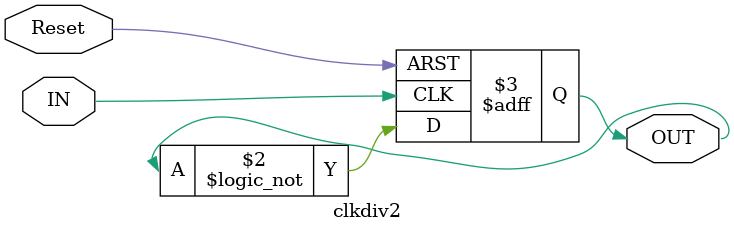
<source format=v>



module clkdiv2 (
input       Reset,
input       IN,
output  reg OUT
);

always @ (posedge IN or posedge Reset)
    if (Reset)
        OUT     <=0;  
    else
        OUT     <=!OUT;    
    
endmodule

</source>
